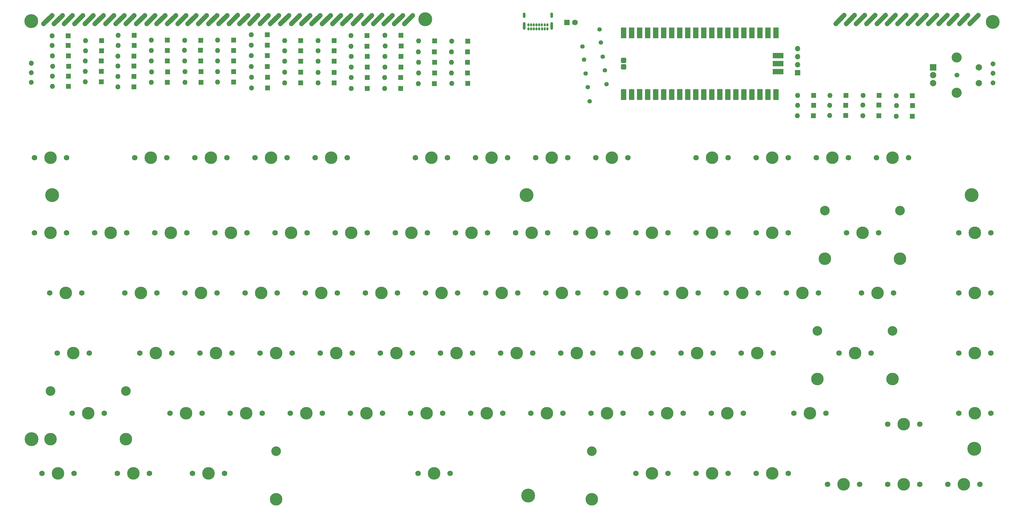
<source format=gbr>
%TF.GenerationSoftware,KiCad,Pcbnew,(6.0.1)*%
%TF.CreationDate,2022-07-11T22:10:01-04:00*%
%TF.ProjectId,Model K Pico-0.2,4d6f6465-6c20-44b2-9050-69636f2d302e,rev?*%
%TF.SameCoordinates,Original*%
%TF.FileFunction,Soldermask,Top*%
%TF.FilePolarity,Negative*%
%FSLAX46Y46*%
G04 Gerber Fmt 4.6, Leading zero omitted, Abs format (unit mm)*
G04 Created by KiCad (PCBNEW (6.0.1)) date 2022-07-11 22:10:01*
%MOMM*%
%LPD*%
G01*
G04 APERTURE LIST*
G04 Aperture macros list*
%AMRoundRect*
0 Rectangle with rounded corners*
0 $1 Rounding radius*
0 $2 $3 $4 $5 $6 $7 $8 $9 X,Y pos of 4 corners*
0 Add a 4 corners polygon primitive as box body*
4,1,4,$2,$3,$4,$5,$6,$7,$8,$9,$2,$3,0*
0 Add four circle primitives for the rounded corners*
1,1,$1+$1,$2,$3*
1,1,$1+$1,$4,$5*
1,1,$1+$1,$6,$7*
1,1,$1+$1,$8,$9*
0 Add four rect primitives between the rounded corners*
20,1,$1+$1,$2,$3,$4,$5,0*
20,1,$1+$1,$4,$5,$6,$7,0*
20,1,$1+$1,$6,$7,$8,$9,0*
20,1,$1+$1,$8,$9,$2,$3,0*%
%AMHorizOval*
0 Thick line with rounded ends*
0 $1 width*
0 $2 $3 position (X,Y) of the first rounded end (center of the circle)*
0 $4 $5 position (X,Y) of the second rounded end (center of the circle)*
0 Add line between two ends*
20,1,$1,$2,$3,$4,$5,0*
0 Add two circle primitives to create the rounded ends*
1,1,$1,$2,$3*
1,1,$1,$4,$5*%
G04 Aperture macros list end*
%ADD10C,1.500000*%
%ADD11C,1.750000*%
%ADD12C,3.987800*%
%ADD13R,1.600000X1.600000*%
%ADD14O,1.600000X1.600000*%
%ADD15C,3.048000*%
%ADD16R,1.800000X1.800000*%
%ADD17C,1.800000*%
%ADD18O,0.650000X1.000000*%
%ADD19O,0.900000X1.700000*%
%ADD20O,0.900000X2.400000*%
%ADD21C,4.400000*%
%ADD22R,1.700000X1.700000*%
%ADD23O,1.700000X1.700000*%
%ADD24C,1.524000*%
%ADD25R,2.000000X2.000000*%
%ADD26C,2.000000*%
%ADD27C,3.200000*%
%ADD28C,1.400000*%
%ADD29HorizOval,1.400000X0.000000X0.000000X0.000000X0.000000X0*%
%ADD30R,1.700000X3.500000*%
%ADD31R,3.500000X1.700000*%
%ADD32RoundRect,0.437500X0.437500X-0.437500X0.437500X0.437500X-0.437500X0.437500X-0.437500X-0.437500X0*%
G04 APERTURE END LIST*
D10*
X168726800Y-33998200D02*
X171403200Y-31321800D01*
X60365000Y-46480000D02*
X60363200Y-46481800D01*
X139260000Y-34015000D02*
X141936400Y-31338600D01*
X165546800Y-34003200D02*
X168223200Y-31326800D01*
X344521800Y-33968200D02*
X347198200Y-31291800D01*
X87125000Y-34010000D02*
X89801400Y-31333600D01*
X172041800Y-34013200D02*
X174718200Y-31336800D01*
X145976800Y-34008200D02*
X148653200Y-31331800D01*
X162266800Y-33998200D02*
X164943200Y-31321800D01*
X100080000Y-34020000D02*
X102756400Y-31343600D01*
X106735000Y-34010000D02*
X109411400Y-31333600D01*
X83845000Y-34005000D02*
X86521400Y-31328600D01*
X103455000Y-34005000D02*
X106131400Y-31328600D01*
X347801800Y-33973200D02*
X350478200Y-31296800D01*
X365003600Y-52706400D02*
X365001800Y-52708200D01*
X324951800Y-33973200D02*
X327628200Y-31296800D01*
X334746800Y-33953200D02*
X337423200Y-31276800D01*
X155751800Y-34023200D02*
X158428200Y-31346800D01*
X74050000Y-34025000D02*
X76726400Y-31348600D01*
X321636800Y-33958200D02*
X324313200Y-31281800D01*
X350981800Y-33968200D02*
X353658200Y-31291800D01*
X149156800Y-34003200D02*
X151833200Y-31326800D01*
X96900000Y-34025000D02*
X99576400Y-31348600D01*
X328231800Y-33978200D02*
X330908200Y-31301800D01*
X338026800Y-33958200D02*
X340703200Y-31281800D01*
X315176800Y-33958200D02*
X317853200Y-31281800D01*
X175321800Y-34018200D02*
X177998200Y-31341800D01*
X341206800Y-33953200D02*
X343883200Y-31276800D01*
X113230000Y-34020000D02*
X115906400Y-31343600D01*
X116510000Y-34025000D02*
X119186400Y-31348600D01*
X64275000Y-34010000D02*
X66951400Y-31333600D01*
X119690000Y-34020000D02*
X122366400Y-31343600D01*
X129485000Y-34000000D02*
X132161400Y-31323600D01*
X90305000Y-34005000D02*
X92981400Y-31328600D01*
X318456800Y-33963200D02*
X321133200Y-31286800D01*
X123025000Y-34000000D02*
X125701400Y-31323600D01*
X126305000Y-34005000D02*
X128981400Y-31328600D01*
X331411800Y-33973200D02*
X334088200Y-31296800D01*
X60361800Y-49513200D02*
X60360000Y-49515000D01*
X357636800Y-33958200D02*
X360313200Y-31281800D01*
X364998600Y-49686400D02*
X364996800Y-49688200D01*
X178501800Y-34013200D02*
X181178200Y-31336800D01*
X80510000Y-34025000D02*
X83186400Y-31348600D01*
X93620000Y-34020000D02*
X96296400Y-31343600D01*
X142696800Y-34003200D02*
X145373200Y-31326800D01*
X132800000Y-34015000D02*
X135476400Y-31338600D01*
X158931800Y-34018200D02*
X161608200Y-31341800D01*
X354356800Y-33953200D02*
X357033200Y-31276800D01*
X70735000Y-34010000D02*
X73411400Y-31333600D01*
X67555000Y-34015000D02*
X70231400Y-31338600D01*
X109915000Y-34005000D02*
X112591400Y-31328600D01*
X77330000Y-34030000D02*
X80006400Y-31353600D01*
X365001800Y-46653200D02*
X365000000Y-46655000D01*
X136080000Y-34020000D02*
X138756400Y-31343600D01*
X60366800Y-52533200D02*
X60365000Y-52535000D01*
X152471800Y-34018200D02*
X155148200Y-31341800D01*
D11*
%TO.C,SW-1U-61*%
X161400000Y-157335000D03*
D12*
X166480000Y-157335000D03*
D11*
X171560000Y-157335000D03*
%TD*%
D13*
%TO.C,D75*%
X177457500Y-37675000D03*
D14*
X172377500Y-37675000D03*
%TD*%
D11*
%TO.C,SW-1U-80*%
X354130000Y-157330000D03*
X364290000Y-157330000D03*
D12*
X359210000Y-157330000D03*
%TD*%
D13*
%TO.C,D35*%
X145707500Y-45825000D03*
D14*
X140627500Y-45825000D03*
%TD*%
D12*
%TO.C,SW-1U-58*%
X109330000Y-157335000D03*
D11*
X104250000Y-157335000D03*
X114410000Y-157335000D03*
%TD*%
D13*
%TO.C,D38*%
X177457500Y-47685000D03*
D14*
X172377500Y-47685000D03*
%TD*%
D11*
%TO.C,SW-2.25U-55*%
X316185000Y-138285000D03*
D15*
X309358750Y-131300000D03*
D12*
X333171250Y-146540000D03*
X321265000Y-138285000D03*
D15*
X333171250Y-131300000D03*
D11*
X326345000Y-138285000D03*
D12*
X309358750Y-146540000D03*
%TD*%
%TO.C,SW-1U-24*%
X276025000Y-100185000D03*
D11*
X270945000Y-100185000D03*
X281105000Y-100185000D03*
%TD*%
D13*
%TO.C,D78*%
X308055000Y-63145000D03*
D14*
X302975000Y-63145000D03*
%TD*%
D12*
%TO.C,SW-1U-65*%
X242680000Y-157335000D03*
D11*
X237600000Y-157335000D03*
X247760000Y-157335000D03*
%TD*%
D13*
%TO.C,D29*%
X82537500Y-49095000D03*
D14*
X77457500Y-49095000D03*
%TD*%
D13*
%TO.C,D33*%
X124437500Y-45775000D03*
D14*
X119357500Y-45775000D03*
%TD*%
D13*
%TO.C,D28*%
X72167500Y-47425000D03*
D14*
X67087500Y-47425000D03*
%TD*%
D11*
%TO.C,SW-1U-77*%
X312535000Y-179885000D03*
D12*
X317615000Y-179885000D03*
D11*
X322695000Y-179885000D03*
%TD*%
%TO.C,SW-1U-22*%
X243005000Y-100185000D03*
X232845000Y-100185000D03*
D12*
X237925000Y-100185000D03*
%TD*%
D11*
%TO.C,SW-1U-48*%
X170930000Y-138285000D03*
D12*
X176010000Y-138285000D03*
D11*
X181090000Y-138285000D03*
%TD*%
D13*
%TO.C,D57*%
X72072500Y-40880000D03*
D14*
X66992500Y-40880000D03*
%TD*%
D12*
%TO.C,SW-1U-4*%
X155370000Y-76415000D03*
D11*
X150290000Y-76415000D03*
X160450000Y-76415000D03*
%TD*%
D13*
%TO.C,D69*%
X308140000Y-59785000D03*
D14*
X303060000Y-59785000D03*
%TD*%
D13*
%TO.C,D48*%
X124402500Y-42470000D03*
D14*
X119322500Y-42470000D03*
%TD*%
D16*
%TO.C,PowerLED1*%
X230015000Y-33585000D03*
D17*
X232555000Y-33585000D03*
%TD*%
D13*
%TO.C,D59*%
X92912500Y-40855000D03*
D14*
X87832500Y-40855000D03*
%TD*%
D12*
%TO.C,SW-1U-9*%
X276010000Y-76420000D03*
D11*
X281090000Y-76420000D03*
X270930000Y-76420000D03*
%TD*%
D13*
%TO.C,D54*%
X188057500Y-42845000D03*
D14*
X182977500Y-42845000D03*
%TD*%
D13*
%TO.C,D7*%
X156277500Y-52715000D03*
D14*
X151197500Y-52715000D03*
%TD*%
D11*
%TO.C,SW-1U-32*%
X157275000Y-119235000D03*
D12*
X152195000Y-119235000D03*
D11*
X147115000Y-119235000D03*
%TD*%
D18*
%TO.C,USB1*%
X223805000Y-35625000D03*
X222955000Y-35625000D03*
X222105000Y-35625000D03*
X221255000Y-35625000D03*
X220405000Y-35625000D03*
X219555000Y-35625000D03*
X218705000Y-35625000D03*
X217855000Y-35625000D03*
X217850000Y-34300000D03*
X218700000Y-34300000D03*
X219550000Y-34300000D03*
X220400000Y-34300000D03*
X221250000Y-34300000D03*
X222100000Y-34300000D03*
X222950000Y-34300000D03*
X223805000Y-34300000D03*
D19*
X216505000Y-31265000D03*
X225155000Y-31265000D03*
D20*
X225155000Y-34645000D03*
X216505000Y-34645000D03*
%TD*%
D11*
%TO.C,SW-1U-16*%
X118545000Y-100185000D03*
X128705000Y-100185000D03*
D12*
X123625000Y-100185000D03*
%TD*%
D13*
%TO.C,D16*%
X103512500Y-49200000D03*
D14*
X98432500Y-49200000D03*
%TD*%
D21*
%TO.C,*%
X358240000Y-88285000D03*
%TD*%
D13*
%TO.C,D65*%
X156302500Y-39365000D03*
D14*
X151222500Y-39365000D03*
%TD*%
D11*
%TO.C,SW-1U-50*%
X209030000Y-138285000D03*
D12*
X214110000Y-138285000D03*
D11*
X219190000Y-138285000D03*
%TD*%
D13*
%TO.C,D73*%
X135102500Y-37500000D03*
D14*
X130022500Y-37500000D03*
%TD*%
D12*
%TO.C,SW-1.25U-71*%
X92660000Y-176390000D03*
D11*
X97740000Y-176390000D03*
X87580000Y-176390000D03*
%TD*%
%TO.C,SW-1U-36*%
X233475000Y-119235000D03*
X223315000Y-119235000D03*
D12*
X228395000Y-119235000D03*
%TD*%
D13*
%TO.C,D40*%
X198537500Y-46205000D03*
D14*
X193457500Y-46205000D03*
%TD*%
D13*
%TO.C,D14*%
X82537500Y-52330000D03*
D14*
X77457500Y-52330000D03*
%TD*%
D22*
%TO.C,I2CHeader1*%
X303085000Y-49475000D03*
D23*
X303085000Y-46935000D03*
X303085000Y-44395000D03*
X303085000Y-41855000D03*
%TD*%
D13*
%TO.C,D30*%
X92847500Y-47400000D03*
D14*
X87767500Y-47400000D03*
%TD*%
D12*
%TO.C,SW-1.5U-28*%
X71235000Y-119240000D03*
D11*
X66155000Y-119240000D03*
X76315000Y-119240000D03*
%TD*%
D13*
%TO.C,D70*%
X72072500Y-37775000D03*
D14*
X66992500Y-37775000D03*
%TD*%
D13*
%TO.C,D47*%
X113967500Y-42375000D03*
D14*
X108887500Y-42375000D03*
%TD*%
D13*
%TO.C,D18*%
X124437500Y-49145000D03*
D14*
X119357500Y-49145000D03*
%TD*%
D12*
%TO.C,SW-1U-20*%
X199825000Y-100185000D03*
D11*
X194745000Y-100185000D03*
X204905000Y-100185000D03*
%TD*%
D12*
%TO.C,SW-1.25U-70*%
X68850000Y-176390000D03*
D11*
X63770000Y-176390000D03*
X73930000Y-176390000D03*
%TD*%
D13*
%TO.C,D13*%
X72137500Y-50600000D03*
D14*
X67057500Y-50600000D03*
%TD*%
D13*
%TO.C,D60*%
X103417500Y-39120000D03*
D14*
X98337500Y-39120000D03*
%TD*%
D13*
%TO.C,D44*%
X82550949Y-45740918D03*
D14*
X77470949Y-45740918D03*
%TD*%
D11*
%TO.C,SW-1U-74*%
X262045000Y-176385000D03*
X251885000Y-176385000D03*
D12*
X256965000Y-176385000D03*
%TD*%
D13*
%TO.C,D76*%
X188087500Y-39445000D03*
D14*
X183007500Y-39445000D03*
%TD*%
D11*
%TO.C,SW-1U-35*%
X204265000Y-119235000D03*
X214425000Y-119235000D03*
D12*
X209345000Y-119235000D03*
%TD*%
D24*
%TO.C,ROTARY1*%
X353515000Y-50265000D03*
D25*
X345995000Y-47765000D03*
D26*
X345995000Y-52765000D03*
X345995000Y-50265000D03*
D27*
X353495000Y-44665000D03*
X353495000Y-55865000D03*
D26*
X360495000Y-52765000D03*
X360495000Y-47765000D03*
%TD*%
D13*
%TO.C,D77*%
X198572500Y-39480000D03*
D14*
X193492500Y-39480000D03*
%TD*%
D13*
%TO.C,D61*%
X114002500Y-39200000D03*
D14*
X108922500Y-39200000D03*
%TD*%
D11*
%TO.C,SW-1U-3*%
X131240000Y-76415000D03*
D12*
X136320000Y-76415000D03*
D11*
X141400000Y-76415000D03*
%TD*%
D12*
%TO.C,SW-1U-8*%
X244280000Y-76405000D03*
D11*
X249360000Y-76405000D03*
X239200000Y-76405000D03*
%TD*%
D12*
%TO.C,SW-1U-7*%
X225230000Y-76405000D03*
D11*
X220150000Y-76405000D03*
X230310000Y-76405000D03*
%TD*%
D13*
%TO.C,D8*%
X166777500Y-54470000D03*
D14*
X161697500Y-54470000D03*
%TD*%
D13*
%TO.C,D25*%
X198557500Y-49565000D03*
D14*
X193477500Y-49565000D03*
%TD*%
D11*
%TO.C,SW-1U-31*%
X138225000Y-119235000D03*
X128065000Y-119235000D03*
D12*
X133145000Y-119235000D03*
%TD*%
D13*
%TO.C,D52*%
X166742500Y-44330000D03*
D14*
X161662500Y-44330000D03*
%TD*%
D11*
%TO.C,SW-1U-0*%
X61395000Y-76415000D03*
D12*
X66475000Y-76415000D03*
D11*
X71555000Y-76415000D03*
%TD*%
D13*
%TO.C,D41*%
X318337500Y-63020000D03*
D14*
X313257500Y-63020000D03*
%TD*%
D13*
%TO.C,D62*%
X124402500Y-39170000D03*
D14*
X119322500Y-39170000D03*
%TD*%
D13*
%TO.C,D55*%
X308150000Y-56670000D03*
D14*
X303070000Y-56670000D03*
%TD*%
D13*
%TO.C,D22*%
X166762500Y-50995000D03*
D14*
X161682500Y-50995000D03*
%TD*%
D28*
%TO.C,R2*%
X235400924Y-45334077D03*
D29*
X240789078Y-39945923D03*
%TD*%
D13*
%TO.C,D43*%
X72102500Y-44155000D03*
D14*
X67022500Y-44155000D03*
%TD*%
D11*
%TO.C,SW-1U-34*%
X185215000Y-119235000D03*
D12*
X190295000Y-119235000D03*
D11*
X195375000Y-119235000D03*
%TD*%
D12*
%TO.C,SW-1U-78*%
X336665000Y-179885000D03*
D11*
X341745000Y-179885000D03*
X331585000Y-179885000D03*
%TD*%
D12*
%TO.C,SW-1.5U-41*%
X328415000Y-119235000D03*
D11*
X323335000Y-119235000D03*
X333495000Y-119235000D03*
%TD*%
%TO.C,SW-1U-14*%
X80445000Y-100185000D03*
D12*
X85525000Y-100185000D03*
D11*
X90605000Y-100185000D03*
%TD*%
D12*
%TO.C,SW-1U-67*%
X280780000Y-157335000D03*
D11*
X275700000Y-157335000D03*
X285860000Y-157335000D03*
%TD*%
D12*
%TO.C,SW-1U-66*%
X261730000Y-157335000D03*
D11*
X256650000Y-157335000D03*
X266810000Y-157335000D03*
%TD*%
D13*
%TO.C,D58*%
X82602500Y-42515000D03*
D14*
X77522500Y-42515000D03*
%TD*%
D11*
%TO.C,SW-1U-59*%
X133460000Y-157335000D03*
X123300000Y-157335000D03*
D12*
X128380000Y-157335000D03*
%TD*%
D21*
%TO.C,*%
X359090000Y-168615000D03*
%TD*%
D28*
%TO.C,R4*%
X236613310Y-54091463D03*
D29*
X242001464Y-48703309D03*
%TD*%
D21*
%TO.C,*%
X217220000Y-88300000D03*
%TD*%
D13*
%TO.C,D56*%
X328872500Y-56670000D03*
D14*
X323792500Y-56670000D03*
%TD*%
D11*
%TO.C,SW-1.75U-43*%
X68535000Y-138290000D03*
X78695000Y-138290000D03*
D12*
X73615000Y-138290000D03*
%TD*%
D13*
%TO.C,D81*%
X339442500Y-56770000D03*
D14*
X334362500Y-56770000D03*
%TD*%
D13*
%TO.C,D12*%
X318392500Y-56675000D03*
D14*
X313312500Y-56675000D03*
%TD*%
D12*
%TO.C,SW-1U-5*%
X187130000Y-76405000D03*
D11*
X192210000Y-76405000D03*
X182050000Y-76405000D03*
%TD*%
D28*
%TO.C,R5*%
X237198310Y-58521463D03*
D29*
X242586464Y-53133309D03*
%TD*%
D13*
%TO.C,D21*%
X156277500Y-49360000D03*
D14*
X151197500Y-49360000D03*
%TD*%
D11*
%TO.C,SW-1U-1*%
X93140000Y-76415000D03*
D12*
X98220000Y-76415000D03*
D11*
X103300000Y-76415000D03*
%TD*%
%TO.C,SW-1U-17*%
X147755000Y-100185000D03*
D12*
X142675000Y-100185000D03*
D11*
X137595000Y-100185000D03*
%TD*%
D13*
%TO.C,D80*%
X328842500Y-59725000D03*
D14*
X323762500Y-59725000D03*
%TD*%
D12*
%TO.C,SW-1U-39*%
X285545000Y-119235000D03*
D11*
X290625000Y-119235000D03*
X280465000Y-119235000D03*
%TD*%
%TO.C,SW-1U-54*%
X285230000Y-138285000D03*
D12*
X290310000Y-138285000D03*
D11*
X295390000Y-138285000D03*
%TD*%
D13*
%TO.C,D9*%
X177392500Y-54460000D03*
D14*
X172312500Y-54460000D03*
%TD*%
D11*
%TO.C,SW-1U-30*%
X119175000Y-119235000D03*
X109015000Y-119235000D03*
D12*
X114095000Y-119235000D03*
%TD*%
D13*
%TO.C,D63*%
X135132500Y-40805000D03*
D14*
X130052500Y-40805000D03*
%TD*%
D13*
%TO.C,D3*%
X114097500Y-52515000D03*
D14*
X109017500Y-52515000D03*
%TD*%
D11*
%TO.C,SW-1U-38*%
X271575000Y-119235000D03*
X261415000Y-119235000D03*
D12*
X266495000Y-119235000D03*
%TD*%
D21*
%TO.C,*%
X185185000Y-32565000D03*
%TD*%
D28*
%TO.C,R3*%
X235943310Y-49761463D03*
D29*
X241331464Y-44373309D03*
%TD*%
D11*
%TO.C,SW-1U-44*%
X94730000Y-138285000D03*
X104890000Y-138285000D03*
D12*
X99810000Y-138285000D03*
%TD*%
D11*
%TO.C,SW-1U-56*%
X354130000Y-138280000D03*
D12*
X359210000Y-138280000D03*
D11*
X364290000Y-138280000D03*
%TD*%
D13*
%TO.C,D11*%
X198602500Y-52900000D03*
D14*
X193522500Y-52900000D03*
%TD*%
D11*
%TO.C,SW-1U-75*%
X270935000Y-176385000D03*
D12*
X276015000Y-176385000D03*
D11*
X281095000Y-176385000D03*
%TD*%
%TO.C,SW-1U-21*%
X223955000Y-100185000D03*
X213795000Y-100185000D03*
D12*
X218875000Y-100185000D03*
%TD*%
D13*
%TO.C,D51*%
X156292500Y-42545000D03*
D14*
X151212500Y-42545000D03*
%TD*%
D13*
%TO.C,D37*%
X166762500Y-47680000D03*
D14*
X161682500Y-47680000D03*
%TD*%
D11*
%TO.C,SW-1U-53*%
X276340000Y-138285000D03*
D12*
X271260000Y-138285000D03*
D11*
X266180000Y-138285000D03*
%TD*%
%TO.C,SW-1U-13*%
X61395000Y-100185000D03*
X71555000Y-100185000D03*
D12*
X66475000Y-100185000D03*
%TD*%
D11*
%TO.C,SW-1U-42*%
X364290000Y-119230000D03*
X354130000Y-119230000D03*
D12*
X359210000Y-119230000D03*
%TD*%
%TO.C,SW-1U-79*%
X355715000Y-179885000D03*
D11*
X350635000Y-179885000D03*
X360795000Y-179885000D03*
%TD*%
D13*
%TO.C,D71*%
X82572500Y-39310000D03*
D14*
X77492500Y-39310000D03*
%TD*%
D13*
%TO.C,D34*%
X135102500Y-47545000D03*
D14*
X130022500Y-47545000D03*
%TD*%
D11*
%TO.C,SW-1U-76*%
X289985000Y-176385000D03*
X300145000Y-176385000D03*
D12*
X295065000Y-176385000D03*
%TD*%
D13*
%TO.C,D6*%
X145677500Y-52730000D03*
D14*
X140597500Y-52730000D03*
%TD*%
D13*
%TO.C,D15*%
X92847500Y-50635000D03*
D14*
X87767500Y-50635000D03*
%TD*%
D13*
%TO.C,D46*%
X103447500Y-42425000D03*
D14*
X98367500Y-42425000D03*
%TD*%
D13*
%TO.C,D74*%
X166697500Y-37700000D03*
D14*
X161617500Y-37700000D03*
%TD*%
D13*
%TO.C,D24*%
X188087500Y-49585000D03*
D14*
X183007500Y-49585000D03*
%TD*%
D13*
%TO.C,D26*%
X318357500Y-59850000D03*
D14*
X313277500Y-59850000D03*
%TD*%
D11*
%TO.C,SW-1U-45*%
X113780000Y-138285000D03*
D12*
X118860000Y-138285000D03*
D11*
X123940000Y-138285000D03*
%TD*%
D13*
%TO.C,D23*%
X177392500Y-50990000D03*
D14*
X172312500Y-50990000D03*
%TD*%
D13*
%TO.C,D66*%
X166697500Y-41080000D03*
D14*
X161617500Y-41080000D03*
%TD*%
D11*
%TO.C,SW-1.75U-68*%
X312055000Y-157335000D03*
D12*
X306975000Y-157335000D03*
D11*
X301895000Y-157335000D03*
%TD*%
D13*
%TO.C,D10*%
X188022500Y-52920000D03*
D14*
X182942500Y-52920000D03*
%TD*%
D21*
%TO.C,*%
X66980000Y-88285000D03*
%TD*%
D12*
%TO.C,SW-1U-51*%
X233160000Y-138285000D03*
D11*
X228080000Y-138285000D03*
X238240000Y-138285000D03*
%TD*%
D23*
%TO.C,RPI1*%
X247995000Y-55535000D03*
D30*
X247995000Y-56435000D03*
X250535000Y-56435000D03*
D23*
X250535000Y-55535000D03*
D22*
X253075000Y-55535000D03*
D30*
X253075000Y-56435000D03*
D23*
X255615000Y-55535000D03*
D30*
X255615000Y-56435000D03*
D23*
X258155000Y-55535000D03*
D30*
X258155000Y-56435000D03*
D23*
X260695000Y-55535000D03*
D30*
X260695000Y-56435000D03*
D23*
X263235000Y-55535000D03*
D30*
X263235000Y-56435000D03*
X265775000Y-56435000D03*
D22*
X265775000Y-55535000D03*
D23*
X268315000Y-55535000D03*
D30*
X268315000Y-56435000D03*
D23*
X270855000Y-55535000D03*
D30*
X270855000Y-56435000D03*
X273395000Y-56435000D03*
D23*
X273395000Y-55535000D03*
X275935000Y-55535000D03*
D30*
X275935000Y-56435000D03*
D22*
X278475000Y-55535000D03*
D30*
X278475000Y-56435000D03*
D23*
X281015000Y-55535000D03*
D30*
X281015000Y-56435000D03*
X283555000Y-56435000D03*
D23*
X283555000Y-55535000D03*
D30*
X286095000Y-56435000D03*
D23*
X286095000Y-55535000D03*
X288635000Y-55535000D03*
D30*
X288635000Y-56435000D03*
D22*
X291175000Y-55535000D03*
D30*
X291175000Y-56435000D03*
D23*
X293715000Y-55535000D03*
D30*
X293715000Y-56435000D03*
D23*
X296255000Y-55535000D03*
D30*
X296255000Y-56435000D03*
D23*
X296255000Y-37755000D03*
D30*
X296255000Y-36855000D03*
X293715000Y-36855000D03*
D23*
X293715000Y-37755000D03*
D30*
X291175000Y-36855000D03*
D22*
X291175000Y-37755000D03*
D23*
X288635000Y-37755000D03*
D30*
X288635000Y-36855000D03*
D23*
X286095000Y-37755000D03*
D30*
X286095000Y-36855000D03*
D23*
X283555000Y-37755000D03*
D30*
X283555000Y-36855000D03*
D23*
X281015000Y-37755000D03*
D30*
X281015000Y-36855000D03*
D22*
X278475000Y-37755000D03*
D30*
X278475000Y-36855000D03*
X275935000Y-36855000D03*
D23*
X275935000Y-37755000D03*
D30*
X273395000Y-36855000D03*
D23*
X273395000Y-37755000D03*
D30*
X270855000Y-36855000D03*
D23*
X270855000Y-37755000D03*
D30*
X268315000Y-36855000D03*
D23*
X268315000Y-37755000D03*
D22*
X265775000Y-37755000D03*
D30*
X265775000Y-36855000D03*
D23*
X263235000Y-37755000D03*
D30*
X263235000Y-36855000D03*
X260695000Y-36855000D03*
D23*
X260695000Y-37755000D03*
X258155000Y-37755000D03*
D30*
X258155000Y-36855000D03*
D23*
X255615000Y-37755000D03*
D30*
X255615000Y-36855000D03*
D22*
X253075000Y-37755000D03*
D30*
X253075000Y-36855000D03*
D23*
X250535000Y-37755000D03*
D30*
X250535000Y-36855000D03*
X247995000Y-36855000D03*
D23*
X247995000Y-37755000D03*
D31*
X296925000Y-49185000D03*
D23*
X296025000Y-49185000D03*
D22*
X296025000Y-46645000D03*
D31*
X296925000Y-46645000D03*
D23*
X296025000Y-44105000D03*
D31*
X296925000Y-44105000D03*
D32*
X248000000Y-45629000D03*
X248000000Y-47661000D03*
%TD*%
D13*
%TO.C,D19*%
X135167500Y-50910000D03*
D14*
X130087500Y-50910000D03*
%TD*%
D13*
%TO.C,D4*%
X124402500Y-52485000D03*
D14*
X119322500Y-52485000D03*
%TD*%
D13*
%TO.C,D49*%
X135102500Y-44075000D03*
D14*
X130022500Y-44075000D03*
%TD*%
D13*
%TO.C,D64*%
X145717500Y-39295000D03*
D14*
X140637500Y-39295000D03*
%TD*%
D13*
%TO.C,D36*%
X156277500Y-45870000D03*
D14*
X151197500Y-45870000D03*
%TD*%
D11*
%TO.C,SW-1U-10*%
X300140000Y-76415000D03*
X289980000Y-76415000D03*
D12*
X295060000Y-76415000D03*
%TD*%
D11*
%TO.C,SW-1U-29*%
X89965000Y-119235000D03*
X100125000Y-119235000D03*
D12*
X95045000Y-119235000D03*
%TD*%
D21*
%TO.C,REF\u002A\u002A*%
X364885000Y-33430000D03*
%TD*%
D11*
%TO.C,SW-1U-37*%
X242365000Y-119235000D03*
X252525000Y-119235000D03*
D12*
X247445000Y-119235000D03*
%TD*%
D13*
%TO.C,D72*%
X92912500Y-37650000D03*
D14*
X87832500Y-37650000D03*
%TD*%
D13*
%TO.C,D17*%
X114097500Y-49180000D03*
D14*
X109017500Y-49180000D03*
%TD*%
D13*
%TO.C,D32*%
X114002500Y-45775000D03*
D14*
X108922500Y-45775000D03*
%TD*%
D11*
%TO.C,SW-1U-12*%
X338240000Y-76415000D03*
D12*
X333160000Y-76415000D03*
D11*
X328080000Y-76415000D03*
%TD*%
%TO.C,SW-1U-23*%
X262055000Y-100185000D03*
D12*
X256975000Y-100185000D03*
D11*
X251895000Y-100185000D03*
%TD*%
%TO.C,SW-1U-49*%
X200140000Y-138285000D03*
X189980000Y-138285000D03*
D12*
X195060000Y-138285000D03*
%TD*%
D13*
%TO.C,D79*%
X328842500Y-63085000D03*
D14*
X323762500Y-63085000D03*
%TD*%
D11*
%TO.C,SW-1U-2*%
X122350000Y-76415000D03*
X112190000Y-76415000D03*
D12*
X117270000Y-76415000D03*
%TD*%
%TO.C,SW-1U-19*%
X180775000Y-100185000D03*
D11*
X175695000Y-100185000D03*
X185855000Y-100185000D03*
%TD*%
D21*
%TO.C,*%
X60455000Y-165530000D03*
%TD*%
D13*
%TO.C,D42*%
X339390000Y-63270000D03*
D14*
X334310000Y-63270000D03*
%TD*%
D13*
%TO.C,D20*%
X145707500Y-49275000D03*
D14*
X140627500Y-49275000D03*
%TD*%
D11*
%TO.C,SW-1U-69*%
X331585000Y-160835000D03*
D12*
X336665000Y-160835000D03*
D11*
X341745000Y-160835000D03*
%TD*%
D21*
%TO.C,*%
X217730000Y-183415000D03*
%TD*%
D11*
%TO.C,SW-1U-15*%
X109655000Y-100185000D03*
D12*
X104575000Y-100185000D03*
D11*
X99495000Y-100185000D03*
%TD*%
D12*
%TO.C,SW-1U-6*%
X206180000Y-76405000D03*
D11*
X211260000Y-76405000D03*
X201100000Y-76405000D03*
%TD*%
D13*
%TO.C,D27*%
X339462500Y-59890000D03*
D14*
X334382500Y-59890000D03*
%TD*%
D13*
%TO.C,D39*%
X188087500Y-46215000D03*
D14*
X183007500Y-46215000D03*
%TD*%
D11*
%TO.C,SW-1U-25*%
X300155000Y-100185000D03*
X289995000Y-100185000D03*
D12*
X295075000Y-100185000D03*
%TD*%
D13*
%TO.C,D68*%
X198557500Y-42865000D03*
D14*
X193477500Y-42865000D03*
%TD*%
D11*
%TO.C,SW-1U-40*%
X299515000Y-119235000D03*
D12*
X304595000Y-119235000D03*
D11*
X309675000Y-119235000D03*
%TD*%
D21*
%TO.C,*%
X60365000Y-33150000D03*
%TD*%
D11*
%TO.C,SW-1U-11*%
X319190000Y-76415000D03*
D12*
X314110000Y-76415000D03*
D11*
X309030000Y-76415000D03*
%TD*%
%TO.C,SW-1U-60*%
X142350000Y-157335000D03*
X152510000Y-157335000D03*
D12*
X147430000Y-157335000D03*
%TD*%
D13*
%TO.C,D2*%
X103482500Y-52500000D03*
D14*
X98402500Y-52500000D03*
%TD*%
D13*
%TO.C,D50*%
X145712500Y-42560000D03*
D14*
X140632500Y-42560000D03*
%TD*%
D12*
%TO.C,SW-1U-52*%
X252210000Y-138285000D03*
D11*
X247130000Y-138285000D03*
X257290000Y-138285000D03*
%TD*%
D13*
%TO.C,D53*%
X177457500Y-44350000D03*
D14*
X172377500Y-44350000D03*
%TD*%
D13*
%TO.C,D67*%
X177487500Y-41045000D03*
D14*
X172407500Y-41045000D03*
%TD*%
D12*
%TO.C,SW-1U-64*%
X223630000Y-157335000D03*
D11*
X218550000Y-157335000D03*
X228710000Y-157335000D03*
%TD*%
D12*
%TO.C,SW-1.25U-72*%
X116475000Y-176385000D03*
D11*
X121555000Y-176385000D03*
X111395000Y-176385000D03*
%TD*%
%TO.C,SW-6.25U-73*%
X182830000Y-176385000D03*
D12*
X137910100Y-184640000D03*
D15*
X237909900Y-169400000D03*
D12*
X237909900Y-184640000D03*
X187910000Y-176385000D03*
D15*
X137910100Y-169400000D03*
D11*
X192990000Y-176385000D03*
%TD*%
D13*
%TO.C,D45*%
X92882500Y-44225000D03*
D14*
X87802500Y-44225000D03*
%TD*%
D11*
%TO.C,SW-1U-33*%
X176325000Y-119235000D03*
X166165000Y-119235000D03*
D12*
X171245000Y-119235000D03*
%TD*%
D11*
%TO.C,SW-1U-47*%
X162040000Y-138285000D03*
D12*
X156960000Y-138285000D03*
D11*
X151880000Y-138285000D03*
%TD*%
%TO.C,SW-1U-62*%
X180450000Y-157335000D03*
D12*
X185530000Y-157335000D03*
D11*
X190610000Y-157335000D03*
%TD*%
D12*
%TO.C,SW-1U-63*%
X204580000Y-157335000D03*
D11*
X199500000Y-157335000D03*
X209660000Y-157335000D03*
%TD*%
D13*
%TO.C,D0*%
X72137500Y-53835000D03*
D14*
X67057500Y-53835000D03*
%TD*%
D11*
%TO.C,SW-1U-18*%
X156645000Y-100185000D03*
D12*
X161725000Y-100185000D03*
D11*
X166805000Y-100185000D03*
%TD*%
D12*
%TO.C,SW-1U-27*%
X359210000Y-100180000D03*
D11*
X354130000Y-100180000D03*
X364290000Y-100180000D03*
%TD*%
D15*
%TO.C,SW-2U-26*%
X311743750Y-93200000D03*
D12*
X335556250Y-108440000D03*
D11*
X328730000Y-100185000D03*
D12*
X311743750Y-108440000D03*
D15*
X335556250Y-93200000D03*
D11*
X318570000Y-100185000D03*
D12*
X323650000Y-100185000D03*
%TD*%
D13*
%TO.C,D31*%
X103467500Y-45775000D03*
D14*
X98387500Y-45775000D03*
%TD*%
D28*
%TO.C,R1*%
X234963310Y-41196463D03*
D29*
X240351464Y-35808309D03*
%TD*%
D12*
%TO.C,SW-2.25U-57*%
X78375000Y-157340000D03*
X90281250Y-165595000D03*
D11*
X83455000Y-157340000D03*
D12*
X66468750Y-165595000D03*
D11*
X73295000Y-157340000D03*
D15*
X90281250Y-150355000D03*
X66468750Y-150355000D03*
%TD*%
D11*
%TO.C,SW-1U-46*%
X142990000Y-138285000D03*
X132830000Y-138285000D03*
D12*
X137910000Y-138285000D03*
%TD*%
D13*
%TO.C,D5*%
X135167500Y-54315000D03*
D14*
X130087500Y-54315000D03*
%TD*%
D13*
%TO.C,D1*%
X92882500Y-53940000D03*
D14*
X87802500Y-53940000D03*
%TD*%
M02*

</source>
